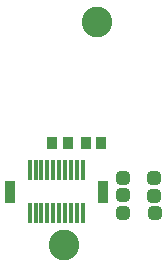
<source format=gbs>
G04*
G04 #@! TF.GenerationSoftware,Altium Limited,Altium Designer,23.3.1 (30)*
G04*
G04 Layer_Color=16711935*
%FSLAX25Y25*%
%MOIN*%
G70*
G04*
G04 #@! TF.SameCoordinates,31E1B7B5-1CAE-4E1F-A508-08906AB7C5AB*
G04*
G04*
G04 #@! TF.FilePolarity,Negative*
G04*
G01*
G75*
G04:AMPARAMS|DCode=23|XSize=45.28mil|YSize=45.28mil|CornerRadius=12.8mil|HoleSize=0mil|Usage=FLASHONLY|Rotation=0.000|XOffset=0mil|YOffset=0mil|HoleType=Round|Shape=RoundedRectangle|*
%AMROUNDEDRECTD23*
21,1,0.04528,0.01968,0,0,0.0*
21,1,0.01968,0.04528,0,0,0.0*
1,1,0.02559,0.00984,-0.00984*
1,1,0.02559,-0.00984,-0.00984*
1,1,0.02559,-0.00984,0.00984*
1,1,0.02559,0.00984,0.00984*
%
%ADD23ROUNDEDRECTD23*%
G04:AMPARAMS|DCode=24|XSize=45.28mil|YSize=45.28mil|CornerRadius=12.8mil|HoleSize=0mil|Usage=FLASHONLY|Rotation=90.000|XOffset=0mil|YOffset=0mil|HoleType=Round|Shape=RoundedRectangle|*
%AMROUNDEDRECTD24*
21,1,0.04528,0.01968,0,0,90.0*
21,1,0.01968,0.04528,0,0,90.0*
1,1,0.02559,0.00984,0.00984*
1,1,0.02559,0.00984,-0.00984*
1,1,0.02559,-0.00984,-0.00984*
1,1,0.02559,-0.00984,0.00984*
%
%ADD24ROUNDEDRECTD24*%
%ADD25C,0.10191*%
%ADD44R,0.03543X0.03937*%
%ADD45R,0.01575X0.06693*%
%ADD46R,0.03740X0.07677*%
D23*
X381900Y302100D02*
D03*
X371619Y302212D02*
D03*
X371619Y296359D02*
D03*
D24*
X382100Y296400D02*
D03*
X371600Y308000D02*
D03*
X381900D02*
D03*
D25*
X362700Y360100D02*
D03*
X351900Y285500D02*
D03*
D44*
X364259Y319700D02*
D03*
X359141D02*
D03*
X347941D02*
D03*
X353059D02*
D03*
D45*
X358117Y310473D02*
D03*
Y296300D02*
D03*
X356148Y310473D02*
D03*
Y296300D02*
D03*
X354180Y310473D02*
D03*
Y296300D02*
D03*
X352211Y310473D02*
D03*
Y296300D02*
D03*
X350242Y310473D02*
D03*
Y296300D02*
D03*
X348274Y310473D02*
D03*
Y296300D02*
D03*
X346305Y310473D02*
D03*
Y296300D02*
D03*
X344337Y310473D02*
D03*
Y296300D02*
D03*
X342369Y310473D02*
D03*
Y296300D02*
D03*
X340400Y310473D02*
D03*
Y296300D02*
D03*
D46*
X364809Y303387D02*
D03*
X333707D02*
D03*
M02*

</source>
